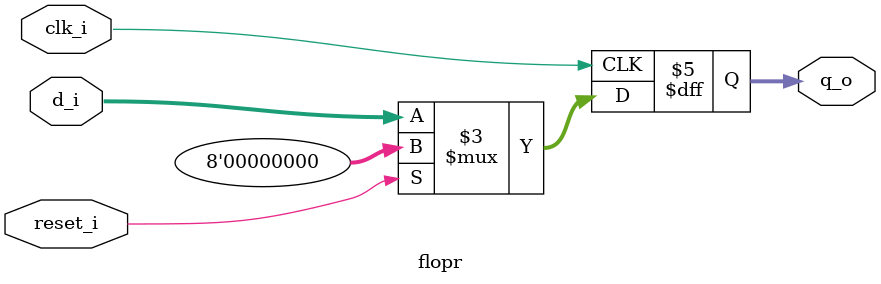
<source format=sv>
`timescale 1ns / 1ps


module flopr #(
parameter WIDTH = 8
)
(
    input  logic             clk_i, 
    input  logic             reset_i,
    input  logic [WIDTH-1:0] d_i,
    output logic [WIDTH-1:0] q_o
);
always_ff @(posedge clk_i)begin

    if (reset_i) 
        q_o <= 0;
    else 
        q_o <= d_i;

end 

endmodule
</source>
